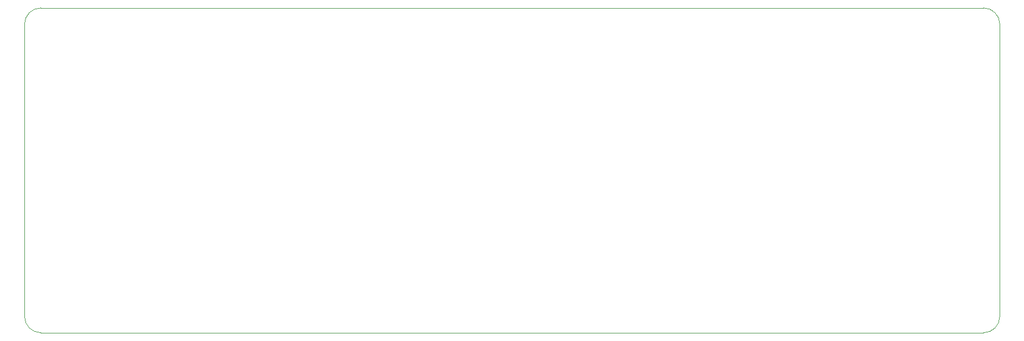
<source format=gbr>
%TF.GenerationSoftware,KiCad,Pcbnew,(6.0.1)*%
%TF.CreationDate,2022-02-21T18:17:07+01:00*%
%TF.ProjectId,ProgrammCounter,50726f67-7261-46d6-9d43-6f756e746572,rev?*%
%TF.SameCoordinates,Original*%
%TF.FileFunction,Profile,NP*%
%FSLAX46Y46*%
G04 Gerber Fmt 4.6, Leading zero omitted, Abs format (unit mm)*
G04 Created by KiCad (PCBNEW (6.0.1)) date 2022-02-21 18:17:07*
%MOMM*%
%LPD*%
G01*
G04 APERTURE LIST*
%TA.AperFunction,Profile*%
%ADD10C,0.050000*%
%TD*%
G04 APERTURE END LIST*
D10*
X149860000Y0D02*
X2540000Y0D01*
X152400000Y-2540000D02*
G75*
G03*
X149860000Y0I-2540001J-1D01*
G01*
X2540000Y-50800000D02*
X149860000Y-50800000D01*
X152400000Y-48260000D02*
X152400000Y-2540000D01*
X0Y-48260000D02*
G75*
G03*
X2540000Y-50800000I2540001J1D01*
G01*
X2540000Y0D02*
G75*
G03*
X0Y-2540000I1J-2540001D01*
G01*
X149860000Y-50800000D02*
G75*
G03*
X152400000Y-48260000I-1J2540001D01*
G01*
X0Y-2540000D02*
X0Y-48260000D01*
M02*

</source>
